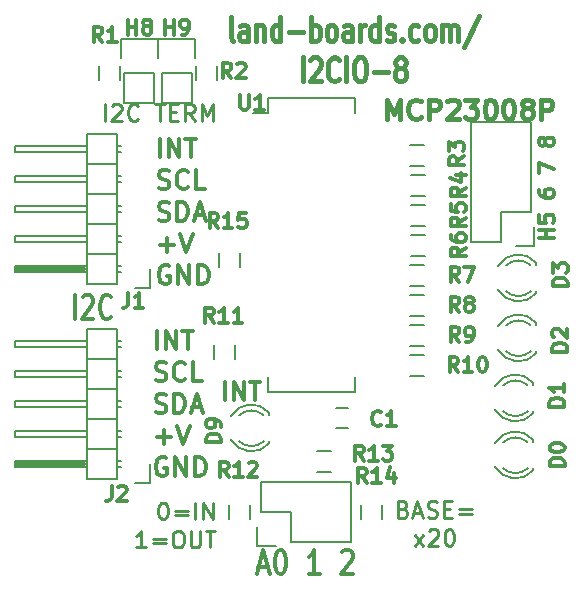
<source format=gbr>
%TF.GenerationSoftware,KiCad,Pcbnew,(5.1.10)-1*%
%TF.CreationDate,2022-04-08T13:50:54-04:00*%
%TF.ProjectId,I2CIO-8,49324349-4f2d-4382-9e6b-696361645f70,X3*%
%TF.SameCoordinates,Original*%
%TF.FileFunction,Legend,Top*%
%TF.FilePolarity,Positive*%
%FSLAX46Y46*%
G04 Gerber Fmt 4.6, Leading zero omitted, Abs format (unit mm)*
G04 Created by KiCad (PCBNEW (5.1.10)-1) date 2022-04-08 13:50:54*
%MOMM*%
%LPD*%
G01*
G04 APERTURE LIST*
%ADD10C,0.304800*%
%ADD11C,0.285750*%
%ADD12C,0.381000*%
%ADD13C,0.412750*%
%ADD14C,0.150000*%
G04 APERTURE END LIST*
D10*
X13530096Y-29128054D02*
X13530096Y-27540554D01*
X14286048Y-29128054D02*
X14286048Y-27540554D01*
X15193191Y-29128054D01*
X15193191Y-27540554D01*
X15722358Y-27540554D02*
X16629500Y-27540554D01*
X16175929Y-29128054D02*
X16175929Y-27540554D01*
X13454500Y-31738509D02*
X13681286Y-31814104D01*
X14059262Y-31814104D01*
X14210453Y-31738509D01*
X14286048Y-31662914D01*
X14361643Y-31511723D01*
X14361643Y-31360533D01*
X14286048Y-31209342D01*
X14210453Y-31133747D01*
X14059262Y-31058152D01*
X13756881Y-30982557D01*
X13605691Y-30906961D01*
X13530096Y-30831366D01*
X13454500Y-30680176D01*
X13454500Y-30528985D01*
X13530096Y-30377795D01*
X13605691Y-30302200D01*
X13756881Y-30226604D01*
X14134858Y-30226604D01*
X14361643Y-30302200D01*
X15949143Y-31662914D02*
X15873548Y-31738509D01*
X15646762Y-31814104D01*
X15495572Y-31814104D01*
X15268786Y-31738509D01*
X15117596Y-31587319D01*
X15042000Y-31436128D01*
X14966405Y-31133747D01*
X14966405Y-30906961D01*
X15042000Y-30604580D01*
X15117596Y-30453390D01*
X15268786Y-30302200D01*
X15495572Y-30226604D01*
X15646762Y-30226604D01*
X15873548Y-30302200D01*
X15949143Y-30377795D01*
X17385453Y-31814104D02*
X16629500Y-31814104D01*
X16629500Y-30226604D01*
X13454500Y-34424559D02*
X13681286Y-34500154D01*
X14059262Y-34500154D01*
X14210453Y-34424559D01*
X14286048Y-34348964D01*
X14361643Y-34197773D01*
X14361643Y-34046583D01*
X14286048Y-33895392D01*
X14210453Y-33819797D01*
X14059262Y-33744202D01*
X13756881Y-33668607D01*
X13605691Y-33593011D01*
X13530096Y-33517416D01*
X13454500Y-33366226D01*
X13454500Y-33215035D01*
X13530096Y-33063845D01*
X13605691Y-32988250D01*
X13756881Y-32912654D01*
X14134858Y-32912654D01*
X14361643Y-32988250D01*
X15042000Y-34500154D02*
X15042000Y-32912654D01*
X15419977Y-32912654D01*
X15646762Y-32988250D01*
X15797953Y-33139440D01*
X15873548Y-33290630D01*
X15949143Y-33593011D01*
X15949143Y-33819797D01*
X15873548Y-34122178D01*
X15797953Y-34273369D01*
X15646762Y-34424559D01*
X15419977Y-34500154D01*
X15042000Y-34500154D01*
X16553905Y-34046583D02*
X17309858Y-34046583D01*
X16402715Y-34500154D02*
X16931881Y-32912654D01*
X17461048Y-34500154D01*
X13530096Y-36581442D02*
X14739620Y-36581442D01*
X14134858Y-37186204D02*
X14134858Y-35976680D01*
X15268786Y-35598704D02*
X15797953Y-37186204D01*
X16327120Y-35598704D01*
X14361643Y-38360350D02*
X14210453Y-38284754D01*
X13983667Y-38284754D01*
X13756881Y-38360350D01*
X13605691Y-38511540D01*
X13530096Y-38662730D01*
X13454500Y-38965111D01*
X13454500Y-39191897D01*
X13530096Y-39494278D01*
X13605691Y-39645469D01*
X13756881Y-39796659D01*
X13983667Y-39872254D01*
X14134858Y-39872254D01*
X14361643Y-39796659D01*
X14437239Y-39721064D01*
X14437239Y-39191897D01*
X14134858Y-39191897D01*
X15117596Y-39872254D02*
X15117596Y-38284754D01*
X16024739Y-39872254D01*
X16024739Y-38284754D01*
X16780691Y-39872254D02*
X16780691Y-38284754D01*
X17158667Y-38284754D01*
X17385453Y-38360350D01*
X17536643Y-38511540D01*
X17612239Y-38662730D01*
X17687834Y-38965111D01*
X17687834Y-39191897D01*
X17612239Y-39494278D01*
X17536643Y-39645469D01*
X17385453Y-39796659D01*
X17158667Y-39872254D01*
X16780691Y-39872254D01*
D11*
X9163881Y-9775976D02*
X9163881Y-8378976D01*
X9762595Y-8512023D02*
X9829119Y-8445500D01*
X9962167Y-8378976D01*
X10294786Y-8378976D01*
X10427833Y-8445500D01*
X10494357Y-8512023D01*
X10560881Y-8645071D01*
X10560881Y-8778119D01*
X10494357Y-8977690D01*
X9696072Y-9775976D01*
X10560881Y-9775976D01*
X11957881Y-9642928D02*
X11891357Y-9709452D01*
X11691786Y-9775976D01*
X11558738Y-9775976D01*
X11359167Y-9709452D01*
X11226119Y-9576404D01*
X11159595Y-9443357D01*
X11093072Y-9177261D01*
X11093072Y-8977690D01*
X11159595Y-8711595D01*
X11226119Y-8578547D01*
X11359167Y-8445500D01*
X11558738Y-8378976D01*
X11691786Y-8378976D01*
X11891357Y-8445500D01*
X11957881Y-8512023D01*
X13421405Y-8378976D02*
X14219691Y-8378976D01*
X13820548Y-9775976D02*
X13820548Y-8378976D01*
X14685357Y-9044214D02*
X15151024Y-9044214D01*
X15350595Y-9775976D02*
X14685357Y-9775976D01*
X14685357Y-8378976D01*
X15350595Y-8378976D01*
X16747595Y-9775976D02*
X16281929Y-9110738D01*
X15949310Y-9775976D02*
X15949310Y-8378976D01*
X16481500Y-8378976D01*
X16614548Y-8445500D01*
X16681072Y-8512023D01*
X16747595Y-8645071D01*
X16747595Y-8844642D01*
X16681072Y-8977690D01*
X16614548Y-9044214D01*
X16481500Y-9110738D01*
X15949310Y-9110738D01*
X17346310Y-9775976D02*
X17346310Y-8378976D01*
X17811976Y-9376833D01*
X18277643Y-8378976D01*
X18277643Y-9775976D01*
X14020119Y-42113351D02*
X14153167Y-42113351D01*
X14286214Y-42179875D01*
X14352738Y-42246398D01*
X14419262Y-42379446D01*
X14485786Y-42645541D01*
X14485786Y-42978160D01*
X14419262Y-43244255D01*
X14352738Y-43377303D01*
X14286214Y-43443827D01*
X14153167Y-43510351D01*
X14020119Y-43510351D01*
X13887072Y-43443827D01*
X13820548Y-43377303D01*
X13754024Y-43244255D01*
X13687500Y-42978160D01*
X13687500Y-42645541D01*
X13754024Y-42379446D01*
X13820548Y-42246398D01*
X13887072Y-42179875D01*
X14020119Y-42113351D01*
X15084500Y-42778589D02*
X16148881Y-42778589D01*
X16148881Y-43177732D02*
X15084500Y-43177732D01*
X16814119Y-43510351D02*
X16814119Y-42113351D01*
X17479357Y-43510351D02*
X17479357Y-42113351D01*
X18277643Y-43510351D01*
X18277643Y-42113351D01*
X12623119Y-45891601D02*
X11824833Y-45891601D01*
X12223976Y-45891601D02*
X12223976Y-44494601D01*
X12090929Y-44694172D01*
X11957881Y-44827220D01*
X11824833Y-44893744D01*
X13221833Y-45159839D02*
X14286214Y-45159839D01*
X14286214Y-45558982D02*
X13221833Y-45558982D01*
X15217548Y-44494601D02*
X15483643Y-44494601D01*
X15616691Y-44561125D01*
X15749738Y-44694172D01*
X15816262Y-44960267D01*
X15816262Y-45425934D01*
X15749738Y-45692029D01*
X15616691Y-45825077D01*
X15483643Y-45891601D01*
X15217548Y-45891601D01*
X15084500Y-45825077D01*
X14951452Y-45692029D01*
X14884929Y-45425934D01*
X14884929Y-44960267D01*
X14951452Y-44694172D01*
X15084500Y-44561125D01*
X15217548Y-44494601D01*
X16414976Y-44494601D02*
X16414976Y-45625505D01*
X16481500Y-45758553D01*
X16548024Y-45825077D01*
X16681072Y-45891601D01*
X16947167Y-45891601D01*
X17080214Y-45825077D01*
X17146738Y-45758553D01*
X17213262Y-45625505D01*
X17213262Y-44494601D01*
X17678929Y-44494601D02*
X18477214Y-44494601D01*
X18078072Y-45891601D02*
X18078072Y-44494601D01*
X34423047Y-42651589D02*
X34622619Y-42718113D01*
X34689142Y-42784636D01*
X34755666Y-42917684D01*
X34755666Y-43117255D01*
X34689142Y-43250303D01*
X34622619Y-43316827D01*
X34489571Y-43383351D01*
X33957380Y-43383351D01*
X33957380Y-41986351D01*
X34423047Y-41986351D01*
X34556095Y-42052875D01*
X34622619Y-42119398D01*
X34689142Y-42252446D01*
X34689142Y-42385494D01*
X34622619Y-42518541D01*
X34556095Y-42585065D01*
X34423047Y-42651589D01*
X33957380Y-42651589D01*
X35287857Y-42984208D02*
X35953095Y-42984208D01*
X35154809Y-43383351D02*
X35620476Y-41986351D01*
X36086142Y-43383351D01*
X36485285Y-43316827D02*
X36684857Y-43383351D01*
X37017476Y-43383351D01*
X37150523Y-43316827D01*
X37217047Y-43250303D01*
X37283571Y-43117255D01*
X37283571Y-42984208D01*
X37217047Y-42851160D01*
X37150523Y-42784636D01*
X37017476Y-42718113D01*
X36751380Y-42651589D01*
X36618333Y-42585065D01*
X36551809Y-42518541D01*
X36485285Y-42385494D01*
X36485285Y-42252446D01*
X36551809Y-42119398D01*
X36618333Y-42052875D01*
X36751380Y-41986351D01*
X37084000Y-41986351D01*
X37283571Y-42052875D01*
X37882285Y-42651589D02*
X38347952Y-42651589D01*
X38547523Y-43383351D02*
X37882285Y-43383351D01*
X37882285Y-41986351D01*
X38547523Y-41986351D01*
X39146238Y-42651589D02*
X40210619Y-42651589D01*
X40210619Y-43050732D02*
X39146238Y-43050732D01*
X35387642Y-45764601D02*
X36119404Y-44833267D01*
X35387642Y-44833267D02*
X36119404Y-45764601D01*
X36585071Y-44500648D02*
X36651595Y-44434125D01*
X36784642Y-44367601D01*
X37117261Y-44367601D01*
X37250309Y-44434125D01*
X37316833Y-44500648D01*
X37383357Y-44633696D01*
X37383357Y-44766744D01*
X37316833Y-44966315D01*
X36518547Y-45764601D01*
X37383357Y-45764601D01*
X38248166Y-44367601D02*
X38381214Y-44367601D01*
X38514261Y-44434125D01*
X38580785Y-44500648D01*
X38647309Y-44633696D01*
X38713833Y-44899791D01*
X38713833Y-45232410D01*
X38647309Y-45498505D01*
X38580785Y-45631553D01*
X38514261Y-45698077D01*
X38381214Y-45764601D01*
X38248166Y-45764601D01*
X38115119Y-45698077D01*
X38048595Y-45631553D01*
X37982071Y-45498505D01*
X37915547Y-45232410D01*
X37915547Y-44899791D01*
X37982071Y-44633696D01*
X38048595Y-44500648D01*
X38115119Y-44434125D01*
X38248166Y-44367601D01*
D10*
X47183523Y-19727333D02*
X45913523Y-19727333D01*
X46518285Y-19727333D02*
X46518285Y-19001619D01*
X47183523Y-19001619D02*
X45913523Y-19001619D01*
X45913523Y-17792095D02*
X45913523Y-18396857D01*
X46518285Y-18457333D01*
X46457809Y-18396857D01*
X46397333Y-18275904D01*
X46397333Y-17973523D01*
X46457809Y-17852571D01*
X46518285Y-17792095D01*
X46639238Y-17731619D01*
X46941619Y-17731619D01*
X47062571Y-17792095D01*
X47123047Y-17852571D01*
X47183523Y-17973523D01*
X47183523Y-18275904D01*
X47123047Y-18396857D01*
X47062571Y-18457333D01*
X45913523Y-15675428D02*
X45913523Y-15917333D01*
X45974000Y-16038285D01*
X46034476Y-16098761D01*
X46215904Y-16219714D01*
X46457809Y-16280190D01*
X46941619Y-16280190D01*
X47062571Y-16219714D01*
X47123047Y-16159238D01*
X47183523Y-16038285D01*
X47183523Y-15796380D01*
X47123047Y-15675428D01*
X47062571Y-15614952D01*
X46941619Y-15554476D01*
X46639238Y-15554476D01*
X46518285Y-15614952D01*
X46457809Y-15675428D01*
X46397333Y-15796380D01*
X46397333Y-16038285D01*
X46457809Y-16159238D01*
X46518285Y-16219714D01*
X46639238Y-16280190D01*
X45913523Y-14163523D02*
X45913523Y-13316857D01*
X47183523Y-13861142D01*
X46457809Y-11684000D02*
X46397333Y-11804952D01*
X46336857Y-11865428D01*
X46215904Y-11925904D01*
X46155428Y-11925904D01*
X46034476Y-11865428D01*
X45974000Y-11804952D01*
X45913523Y-11684000D01*
X45913523Y-11442095D01*
X45974000Y-11321142D01*
X46034476Y-11260666D01*
X46155428Y-11200190D01*
X46215904Y-11200190D01*
X46336857Y-11260666D01*
X46397333Y-11321142D01*
X46457809Y-11442095D01*
X46457809Y-11684000D01*
X46518285Y-11804952D01*
X46578761Y-11865428D01*
X46699714Y-11925904D01*
X46941619Y-11925904D01*
X47062571Y-11865428D01*
X47123047Y-11804952D01*
X47183523Y-11684000D01*
X47183523Y-11442095D01*
X47123047Y-11321142D01*
X47062571Y-11260666D01*
X46941619Y-11200190D01*
X46699714Y-11200190D01*
X46578761Y-11260666D01*
X46518285Y-11321142D01*
X46457809Y-11442095D01*
X19322142Y-33455428D02*
X19322142Y-31931428D01*
X20047857Y-33455428D02*
X20047857Y-31931428D01*
X20918714Y-33455428D01*
X20918714Y-31931428D01*
X21426714Y-31931428D02*
X22297571Y-31931428D01*
X21862142Y-33455428D02*
X21862142Y-31931428D01*
X13784096Y-12872054D02*
X13784096Y-11284554D01*
X14540048Y-12872054D02*
X14540048Y-11284554D01*
X15447191Y-12872054D01*
X15447191Y-11284554D01*
X15976358Y-11284554D02*
X16883500Y-11284554D01*
X16429929Y-12872054D02*
X16429929Y-11284554D01*
X13708500Y-15482509D02*
X13935286Y-15558104D01*
X14313262Y-15558104D01*
X14464453Y-15482509D01*
X14540048Y-15406914D01*
X14615643Y-15255723D01*
X14615643Y-15104533D01*
X14540048Y-14953342D01*
X14464453Y-14877747D01*
X14313262Y-14802152D01*
X14010881Y-14726557D01*
X13859691Y-14650961D01*
X13784096Y-14575366D01*
X13708500Y-14424176D01*
X13708500Y-14272985D01*
X13784096Y-14121795D01*
X13859691Y-14046200D01*
X14010881Y-13970604D01*
X14388858Y-13970604D01*
X14615643Y-14046200D01*
X16203143Y-15406914D02*
X16127548Y-15482509D01*
X15900762Y-15558104D01*
X15749572Y-15558104D01*
X15522786Y-15482509D01*
X15371596Y-15331319D01*
X15296000Y-15180128D01*
X15220405Y-14877747D01*
X15220405Y-14650961D01*
X15296000Y-14348580D01*
X15371596Y-14197390D01*
X15522786Y-14046200D01*
X15749572Y-13970604D01*
X15900762Y-13970604D01*
X16127548Y-14046200D01*
X16203143Y-14121795D01*
X17639453Y-15558104D02*
X16883500Y-15558104D01*
X16883500Y-13970604D01*
X13708500Y-18168559D02*
X13935286Y-18244154D01*
X14313262Y-18244154D01*
X14464453Y-18168559D01*
X14540048Y-18092964D01*
X14615643Y-17941773D01*
X14615643Y-17790583D01*
X14540048Y-17639392D01*
X14464453Y-17563797D01*
X14313262Y-17488202D01*
X14010881Y-17412607D01*
X13859691Y-17337011D01*
X13784096Y-17261416D01*
X13708500Y-17110226D01*
X13708500Y-16959035D01*
X13784096Y-16807845D01*
X13859691Y-16732250D01*
X14010881Y-16656654D01*
X14388858Y-16656654D01*
X14615643Y-16732250D01*
X15296000Y-18244154D02*
X15296000Y-16656654D01*
X15673977Y-16656654D01*
X15900762Y-16732250D01*
X16051953Y-16883440D01*
X16127548Y-17034630D01*
X16203143Y-17337011D01*
X16203143Y-17563797D01*
X16127548Y-17866178D01*
X16051953Y-18017369D01*
X15900762Y-18168559D01*
X15673977Y-18244154D01*
X15296000Y-18244154D01*
X16807905Y-17790583D02*
X17563858Y-17790583D01*
X16656715Y-18244154D02*
X17185881Y-16656654D01*
X17715048Y-18244154D01*
X13784096Y-20325442D02*
X14993620Y-20325442D01*
X14388858Y-20930204D02*
X14388858Y-19720680D01*
X15522786Y-19342704D02*
X16051953Y-20930204D01*
X16581120Y-19342704D01*
X14615643Y-22104350D02*
X14464453Y-22028754D01*
X14237667Y-22028754D01*
X14010881Y-22104350D01*
X13859691Y-22255540D01*
X13784096Y-22406730D01*
X13708500Y-22709111D01*
X13708500Y-22935897D01*
X13784096Y-23238278D01*
X13859691Y-23389469D01*
X14010881Y-23540659D01*
X14237667Y-23616254D01*
X14388858Y-23616254D01*
X14615643Y-23540659D01*
X14691239Y-23465064D01*
X14691239Y-22935897D01*
X14388858Y-22935897D01*
X15371596Y-23616254D02*
X15371596Y-22028754D01*
X16278739Y-23616254D01*
X16278739Y-22028754D01*
X17034691Y-23616254D02*
X17034691Y-22028754D01*
X17412667Y-22028754D01*
X17639453Y-22104350D01*
X17790643Y-22255540D01*
X17866239Y-22406730D01*
X17941834Y-22709111D01*
X17941834Y-22935897D01*
X17866239Y-23238278D01*
X17790643Y-23389469D01*
X17639453Y-23540659D01*
X17412667Y-23616254D01*
X17034691Y-23616254D01*
D12*
X20029714Y-3014738D02*
X19884571Y-2917976D01*
X19811999Y-2724452D01*
X19811999Y-982738D01*
X21263428Y-3014738D02*
X21263428Y-1950357D01*
X21190857Y-1756833D01*
X21045714Y-1660071D01*
X20755428Y-1660071D01*
X20610285Y-1756833D01*
X21263428Y-2917976D02*
X21118285Y-3014738D01*
X20755428Y-3014738D01*
X20610285Y-2917976D01*
X20537714Y-2724452D01*
X20537714Y-2530928D01*
X20610285Y-2337404D01*
X20755428Y-2240642D01*
X21118285Y-2240642D01*
X21263428Y-2143880D01*
X21989142Y-1660071D02*
X21989142Y-3014738D01*
X21989142Y-1853595D02*
X22061714Y-1756833D01*
X22206857Y-1660071D01*
X22424571Y-1660071D01*
X22569714Y-1756833D01*
X22642285Y-1950357D01*
X22642285Y-3014738D01*
X24021142Y-3014738D02*
X24021142Y-982738D01*
X24021142Y-2917976D02*
X23875999Y-3014738D01*
X23585714Y-3014738D01*
X23440571Y-2917976D01*
X23367999Y-2821214D01*
X23295428Y-2627690D01*
X23295428Y-2047119D01*
X23367999Y-1853595D01*
X23440571Y-1756833D01*
X23585714Y-1660071D01*
X23875999Y-1660071D01*
X24021142Y-1756833D01*
X24746857Y-2240642D02*
X25907999Y-2240642D01*
X26633714Y-3014738D02*
X26633714Y-982738D01*
X26633714Y-1756833D02*
X26778857Y-1660071D01*
X27069142Y-1660071D01*
X27214285Y-1756833D01*
X27286857Y-1853595D01*
X27359428Y-2047119D01*
X27359428Y-2627690D01*
X27286857Y-2821214D01*
X27214285Y-2917976D01*
X27069142Y-3014738D01*
X26778857Y-3014738D01*
X26633714Y-2917976D01*
X28230285Y-3014738D02*
X28085142Y-2917976D01*
X28012571Y-2821214D01*
X27939999Y-2627690D01*
X27939999Y-2047119D01*
X28012571Y-1853595D01*
X28085142Y-1756833D01*
X28230285Y-1660071D01*
X28447999Y-1660071D01*
X28593142Y-1756833D01*
X28665714Y-1853595D01*
X28738285Y-2047119D01*
X28738285Y-2627690D01*
X28665714Y-2821214D01*
X28593142Y-2917976D01*
X28447999Y-3014738D01*
X28230285Y-3014738D01*
X30044571Y-3014738D02*
X30044571Y-1950357D01*
X29971999Y-1756833D01*
X29826857Y-1660071D01*
X29536571Y-1660071D01*
X29391428Y-1756833D01*
X30044571Y-2917976D02*
X29899428Y-3014738D01*
X29536571Y-3014738D01*
X29391428Y-2917976D01*
X29318857Y-2724452D01*
X29318857Y-2530928D01*
X29391428Y-2337404D01*
X29536571Y-2240642D01*
X29899428Y-2240642D01*
X30044571Y-2143880D01*
X30770285Y-3014738D02*
X30770285Y-1660071D01*
X30770285Y-2047119D02*
X30842857Y-1853595D01*
X30915428Y-1756833D01*
X31060571Y-1660071D01*
X31205714Y-1660071D01*
X32366857Y-3014738D02*
X32366857Y-982738D01*
X32366857Y-2917976D02*
X32221714Y-3014738D01*
X31931428Y-3014738D01*
X31786285Y-2917976D01*
X31713714Y-2821214D01*
X31641142Y-2627690D01*
X31641142Y-2047119D01*
X31713714Y-1853595D01*
X31786285Y-1756833D01*
X31931428Y-1660071D01*
X32221714Y-1660071D01*
X32366857Y-1756833D01*
X33019999Y-2917976D02*
X33165142Y-3014738D01*
X33455428Y-3014738D01*
X33600571Y-2917976D01*
X33673142Y-2724452D01*
X33673142Y-2627690D01*
X33600571Y-2434166D01*
X33455428Y-2337404D01*
X33237714Y-2337404D01*
X33092571Y-2240642D01*
X33019999Y-2047119D01*
X33019999Y-1950357D01*
X33092571Y-1756833D01*
X33237714Y-1660071D01*
X33455428Y-1660071D01*
X33600571Y-1756833D01*
X34326285Y-2821214D02*
X34398857Y-2917976D01*
X34326285Y-3014738D01*
X34253714Y-2917976D01*
X34326285Y-2821214D01*
X34326285Y-3014738D01*
X35705142Y-2917976D02*
X35559999Y-3014738D01*
X35269714Y-3014738D01*
X35124571Y-2917976D01*
X35051999Y-2821214D01*
X34979428Y-2627690D01*
X34979428Y-2047119D01*
X35051999Y-1853595D01*
X35124571Y-1756833D01*
X35269714Y-1660071D01*
X35559999Y-1660071D01*
X35705142Y-1756833D01*
X36575999Y-3014738D02*
X36430857Y-2917976D01*
X36358285Y-2821214D01*
X36285714Y-2627690D01*
X36285714Y-2047119D01*
X36358285Y-1853595D01*
X36430857Y-1756833D01*
X36575999Y-1660071D01*
X36793714Y-1660071D01*
X36938857Y-1756833D01*
X37011428Y-1853595D01*
X37083999Y-2047119D01*
X37083999Y-2627690D01*
X37011428Y-2821214D01*
X36938857Y-2917976D01*
X36793714Y-3014738D01*
X36575999Y-3014738D01*
X37737142Y-3014738D02*
X37737142Y-1660071D01*
X37737142Y-1853595D02*
X37809714Y-1756833D01*
X37954857Y-1660071D01*
X38172571Y-1660071D01*
X38317714Y-1756833D01*
X38390285Y-1950357D01*
X38390285Y-3014738D01*
X38390285Y-1950357D02*
X38462857Y-1756833D01*
X38608000Y-1660071D01*
X38825714Y-1660071D01*
X38970857Y-1756833D01*
X39043428Y-1950357D01*
X39043428Y-3014738D01*
X40857714Y-885976D02*
X39551428Y-3498547D01*
X25908000Y-6443738D02*
X25908000Y-4411738D01*
X26561142Y-4605261D02*
X26633714Y-4508500D01*
X26778857Y-4411738D01*
X27141714Y-4411738D01*
X27286857Y-4508500D01*
X27359428Y-4605261D01*
X27432000Y-4798785D01*
X27432000Y-4992309D01*
X27359428Y-5282595D01*
X26488571Y-6443738D01*
X27432000Y-6443738D01*
X28956000Y-6250214D02*
X28883428Y-6346976D01*
X28665714Y-6443738D01*
X28520571Y-6443738D01*
X28302857Y-6346976D01*
X28157714Y-6153452D01*
X28085142Y-5959928D01*
X28012571Y-5572880D01*
X28012571Y-5282595D01*
X28085142Y-4895547D01*
X28157714Y-4702023D01*
X28302857Y-4508500D01*
X28520571Y-4411738D01*
X28665714Y-4411738D01*
X28883428Y-4508500D01*
X28956000Y-4605261D01*
X29609142Y-6443738D02*
X29609142Y-4411738D01*
X30625142Y-4411738D02*
X30915428Y-4411738D01*
X31060571Y-4508500D01*
X31205714Y-4702023D01*
X31278285Y-5089071D01*
X31278285Y-5766404D01*
X31205714Y-6153452D01*
X31060571Y-6346976D01*
X30915428Y-6443738D01*
X30625142Y-6443738D01*
X30480000Y-6346976D01*
X30334857Y-6153452D01*
X30262285Y-5766404D01*
X30262285Y-5089071D01*
X30334857Y-4702023D01*
X30480000Y-4508500D01*
X30625142Y-4411738D01*
X31931428Y-5669642D02*
X33092571Y-5669642D01*
X34036000Y-5282595D02*
X33890857Y-5185833D01*
X33818285Y-5089071D01*
X33745714Y-4895547D01*
X33745714Y-4798785D01*
X33818285Y-4605261D01*
X33890857Y-4508500D01*
X34036000Y-4411738D01*
X34326285Y-4411738D01*
X34471428Y-4508500D01*
X34544000Y-4605261D01*
X34616571Y-4798785D01*
X34616571Y-4895547D01*
X34544000Y-5089071D01*
X34471428Y-5185833D01*
X34326285Y-5282595D01*
X34036000Y-5282595D01*
X33890857Y-5379357D01*
X33818285Y-5476119D01*
X33745714Y-5669642D01*
X33745714Y-6056690D01*
X33818285Y-6250214D01*
X33890857Y-6346976D01*
X34036000Y-6443738D01*
X34326285Y-6443738D01*
X34471428Y-6346976D01*
X34544000Y-6250214D01*
X34616571Y-6056690D01*
X34616571Y-5669642D01*
X34544000Y-5476119D01*
X34471428Y-5379357D01*
X34326285Y-5282595D01*
D13*
X33047214Y-9636880D02*
X33047214Y-7985880D01*
X33597547Y-9165166D01*
X34147880Y-7985880D01*
X34147880Y-9636880D01*
X35877500Y-9479642D02*
X35798880Y-9558261D01*
X35563023Y-9636880D01*
X35405785Y-9636880D01*
X35169928Y-9558261D01*
X35012690Y-9401023D01*
X34934071Y-9243785D01*
X34855452Y-8929309D01*
X34855452Y-8693452D01*
X34934071Y-8378976D01*
X35012690Y-8221738D01*
X35169928Y-8064500D01*
X35405785Y-7985880D01*
X35563023Y-7985880D01*
X35798880Y-8064500D01*
X35877500Y-8143119D01*
X36585071Y-9636880D02*
X36585071Y-7985880D01*
X37214023Y-7985880D01*
X37371261Y-8064500D01*
X37449880Y-8143119D01*
X37528500Y-8300357D01*
X37528500Y-8536214D01*
X37449880Y-8693452D01*
X37371261Y-8772071D01*
X37214023Y-8850690D01*
X36585071Y-8850690D01*
X38157452Y-8143119D02*
X38236071Y-8064500D01*
X38393309Y-7985880D01*
X38786404Y-7985880D01*
X38943642Y-8064500D01*
X39022261Y-8143119D01*
X39100880Y-8300357D01*
X39100880Y-8457595D01*
X39022261Y-8693452D01*
X38078833Y-9636880D01*
X39100880Y-9636880D01*
X39651214Y-7985880D02*
X40673261Y-7985880D01*
X40122928Y-8614833D01*
X40358785Y-8614833D01*
X40516023Y-8693452D01*
X40594642Y-8772071D01*
X40673261Y-8929309D01*
X40673261Y-9322404D01*
X40594642Y-9479642D01*
X40516023Y-9558261D01*
X40358785Y-9636880D01*
X39887071Y-9636880D01*
X39729833Y-9558261D01*
X39651214Y-9479642D01*
X41695309Y-7985880D02*
X41852547Y-7985880D01*
X42009785Y-8064500D01*
X42088404Y-8143119D01*
X42167023Y-8300357D01*
X42245642Y-8614833D01*
X42245642Y-9007928D01*
X42167023Y-9322404D01*
X42088404Y-9479642D01*
X42009785Y-9558261D01*
X41852547Y-9636880D01*
X41695309Y-9636880D01*
X41538071Y-9558261D01*
X41459452Y-9479642D01*
X41380833Y-9322404D01*
X41302214Y-9007928D01*
X41302214Y-8614833D01*
X41380833Y-8300357D01*
X41459452Y-8143119D01*
X41538071Y-8064500D01*
X41695309Y-7985880D01*
X43267690Y-7985880D02*
X43424928Y-7985880D01*
X43582166Y-8064500D01*
X43660785Y-8143119D01*
X43739404Y-8300357D01*
X43818023Y-8614833D01*
X43818023Y-9007928D01*
X43739404Y-9322404D01*
X43660785Y-9479642D01*
X43582166Y-9558261D01*
X43424928Y-9636880D01*
X43267690Y-9636880D01*
X43110452Y-9558261D01*
X43031833Y-9479642D01*
X42953214Y-9322404D01*
X42874595Y-9007928D01*
X42874595Y-8614833D01*
X42953214Y-8300357D01*
X43031833Y-8143119D01*
X43110452Y-8064500D01*
X43267690Y-7985880D01*
X44761452Y-8693452D02*
X44604214Y-8614833D01*
X44525595Y-8536214D01*
X44446976Y-8378976D01*
X44446976Y-8300357D01*
X44525595Y-8143119D01*
X44604214Y-8064500D01*
X44761452Y-7985880D01*
X45075928Y-7985880D01*
X45233166Y-8064500D01*
X45311785Y-8143119D01*
X45390404Y-8300357D01*
X45390404Y-8378976D01*
X45311785Y-8536214D01*
X45233166Y-8614833D01*
X45075928Y-8693452D01*
X44761452Y-8693452D01*
X44604214Y-8772071D01*
X44525595Y-8850690D01*
X44446976Y-9007928D01*
X44446976Y-9322404D01*
X44525595Y-9479642D01*
X44604214Y-9558261D01*
X44761452Y-9636880D01*
X45075928Y-9636880D01*
X45233166Y-9558261D01*
X45311785Y-9479642D01*
X45390404Y-9322404D01*
X45390404Y-9007928D01*
X45311785Y-8850690D01*
X45233166Y-8772071D01*
X45075928Y-8693452D01*
X46097976Y-9636880D02*
X46097976Y-7985880D01*
X46726928Y-7985880D01*
X46884166Y-8064500D01*
X46962785Y-8143119D01*
X47041404Y-8300357D01*
X47041404Y-8536214D01*
X46962785Y-8693452D01*
X46884166Y-8772071D01*
X46726928Y-8850690D01*
X46097976Y-8850690D01*
D10*
X6640285Y-26573238D02*
X6640285Y-24541238D01*
X7293428Y-24734761D02*
X7366000Y-24638000D01*
X7511142Y-24541238D01*
X7874000Y-24541238D01*
X8019142Y-24638000D01*
X8091714Y-24734761D01*
X8164285Y-24928285D01*
X8164285Y-25121809D01*
X8091714Y-25412095D01*
X7220857Y-26573238D01*
X8164285Y-26573238D01*
X9688285Y-26379714D02*
X9615714Y-26476476D01*
X9398000Y-26573238D01*
X9252857Y-26573238D01*
X9035142Y-26476476D01*
X8890000Y-26282952D01*
X8817428Y-26089428D01*
X8744857Y-25702380D01*
X8744857Y-25412095D01*
X8817428Y-25025047D01*
X8890000Y-24831523D01*
X9035142Y-24638000D01*
X9252857Y-24541238D01*
X9398000Y-24541238D01*
X9615714Y-24638000D01*
X9688285Y-24734761D01*
X22152428Y-47582666D02*
X22938619Y-47582666D01*
X21995190Y-48163238D02*
X22545523Y-46131238D01*
X23095857Y-48163238D01*
X23960666Y-46131238D02*
X24117904Y-46131238D01*
X24275142Y-46228000D01*
X24353761Y-46324761D01*
X24432380Y-46518285D01*
X24511000Y-46905333D01*
X24511000Y-47389142D01*
X24432380Y-47776190D01*
X24353761Y-47969714D01*
X24275142Y-48066476D01*
X24117904Y-48163238D01*
X23960666Y-48163238D01*
X23803428Y-48066476D01*
X23724809Y-47969714D01*
X23646190Y-47776190D01*
X23567571Y-47389142D01*
X23567571Y-46905333D01*
X23646190Y-46518285D01*
X23724809Y-46324761D01*
X23803428Y-46228000D01*
X23960666Y-46131238D01*
X27341285Y-48163238D02*
X26397857Y-48163238D01*
X26869571Y-48163238D02*
X26869571Y-46131238D01*
X26712333Y-46421523D01*
X26555095Y-46615047D01*
X26397857Y-46711809D01*
X29228142Y-46324761D02*
X29306761Y-46228000D01*
X29464000Y-46131238D01*
X29857095Y-46131238D01*
X30014333Y-46228000D01*
X30092952Y-46324761D01*
X30171571Y-46518285D01*
X30171571Y-46711809D01*
X30092952Y-47002095D01*
X29149523Y-48163238D01*
X30171571Y-48163238D01*
D14*
%TO.C,U1*%
X22995000Y-9135000D02*
X21710000Y-9135000D01*
X22995000Y-32775000D02*
X30345000Y-32775000D01*
X22995000Y-7865000D02*
X30345000Y-7865000D01*
X22995000Y-32775000D02*
X22995000Y-31505000D01*
X30345000Y-32775000D02*
X30345000Y-31505000D01*
X30345000Y-7865000D02*
X30345000Y-9135000D01*
X22995000Y-7865000D02*
X22995000Y-9135000D01*
%TO.C,R12*%
X19699000Y-43526000D02*
X19699000Y-42326000D01*
X21449000Y-42326000D02*
X21449000Y-43526000D01*
%TO.C,R13*%
X28286000Y-39483000D02*
X27086000Y-39483000D01*
X27086000Y-37733000D02*
X28286000Y-37733000D01*
%TO.C,R14*%
X30875000Y-43526000D02*
X30875000Y-42326000D01*
X32625000Y-42326000D02*
X32625000Y-43526000D01*
%TO.C,R1*%
X8650000Y-6315000D02*
X8650000Y-5115000D01*
X10400000Y-5115000D02*
X10400000Y-6315000D01*
%TO.C,R2*%
X16905000Y-6315000D02*
X16905000Y-5115000D01*
X18655000Y-5115000D02*
X18655000Y-6315000D01*
%TO.C,R11*%
X18429000Y-29937000D02*
X18429000Y-28737000D01*
X20179000Y-28737000D02*
X20179000Y-29937000D01*
%TO.C,R3*%
X34960000Y-11825000D02*
X36160000Y-11825000D01*
X36160000Y-13575000D02*
X34960000Y-13575000D01*
%TO.C,R4*%
X35087000Y-14365000D02*
X36287000Y-14365000D01*
X36287000Y-16115000D02*
X35087000Y-16115000D01*
%TO.C,R5*%
X35087000Y-16905000D02*
X36287000Y-16905000D01*
X36287000Y-18655000D02*
X35087000Y-18655000D01*
%TO.C,R6*%
X35087000Y-19445000D02*
X36287000Y-19445000D01*
X36287000Y-21195000D02*
X35087000Y-21195000D01*
%TO.C,R7*%
X36160000Y-23735000D02*
X34960000Y-23735000D01*
X34960000Y-21985000D02*
X36160000Y-21985000D01*
%TO.C,R8*%
X36160000Y-26275000D02*
X34960000Y-26275000D01*
X34960000Y-24525000D02*
X36160000Y-24525000D01*
%TO.C,R9*%
X36160000Y-28815000D02*
X34960000Y-28815000D01*
X34960000Y-27065000D02*
X36160000Y-27065000D01*
%TO.C,R10*%
X36160000Y-31355000D02*
X34960000Y-31355000D01*
X34960000Y-29605000D02*
X36160000Y-29605000D01*
%TO.C,R15*%
X20560000Y-20990000D02*
X20560000Y-22190000D01*
X18810000Y-22190000D02*
X18810000Y-20990000D01*
%TO.C,C1*%
X28710000Y-35775000D02*
X29710000Y-35775000D01*
X29710000Y-34075000D02*
X28710000Y-34075000D01*
%TO.C,H8*%
X10795000Y-8255000D02*
X13335000Y-8255000D01*
X10795000Y-5715000D02*
X10795000Y-8255000D01*
X10515000Y-2895000D02*
X13615000Y-2895000D01*
X10515000Y-4445000D02*
X10515000Y-2895000D01*
X13335000Y-5715000D02*
X10795000Y-5715000D01*
X13615000Y-2895000D02*
X13615000Y-4445000D01*
X13335000Y-5715000D02*
X13335000Y-8255000D01*
%TO.C,H9*%
X13970000Y-8255000D02*
X16510000Y-8255000D01*
X13970000Y-5715000D02*
X13970000Y-8255000D01*
X13690000Y-2895000D02*
X16790000Y-2895000D01*
X13690000Y-4445000D02*
X13690000Y-2895000D01*
X16510000Y-5715000D02*
X13970000Y-5715000D01*
X16790000Y-2895000D02*
X16790000Y-4445000D01*
X16510000Y-5715000D02*
X16510000Y-8255000D01*
%TO.C,H4*%
X45492000Y-20346000D02*
X45492000Y-18796000D01*
X42672000Y-17526000D02*
X45212000Y-17526000D01*
X42672000Y-20066000D02*
X42672000Y-17526000D01*
X43942000Y-20346000D02*
X45492000Y-20346000D01*
X40132000Y-20066000D02*
X42672000Y-20066000D01*
X40132000Y-9906000D02*
X40132000Y-20066000D01*
X45212000Y-9906000D02*
X40132000Y-9906000D01*
X45212000Y-17526000D02*
X45212000Y-9906000D01*
%TO.C,D0*%
X45411000Y-39380000D02*
X45411000Y-39200000D01*
X45411000Y-36786000D02*
X45411000Y-36986000D01*
X42183256Y-39069643D02*
G75*
G03*
X45411000Y-39386000I1727744J1003643D01*
G01*
X42858994Y-39199068D02*
G75*
G03*
X44962000Y-39200000I1052006J1133068D01*
G01*
X45398220Y-36759274D02*
G75*
G03*
X42161000Y-37106000I-1497220J-1306726D01*
G01*
X44924889Y-36986747D02*
G75*
G03*
X42877000Y-37006000I-1013889J-1079253D01*
G01*
%TO.C,D1*%
X45411000Y-34554000D02*
X45411000Y-34374000D01*
X45411000Y-31960000D02*
X45411000Y-32160000D01*
X42183256Y-34243643D02*
G75*
G03*
X45411000Y-34560000I1727744J1003643D01*
G01*
X42858994Y-34373068D02*
G75*
G03*
X44962000Y-34374000I1052006J1133068D01*
G01*
X45398220Y-31933274D02*
G75*
G03*
X42161000Y-32280000I-1497220J-1306726D01*
G01*
X44924889Y-32160747D02*
G75*
G03*
X42877000Y-32180000I-1013889J-1079253D01*
G01*
%TO.C,D2*%
X45665000Y-29474000D02*
X45665000Y-29294000D01*
X45665000Y-26880000D02*
X45665000Y-27080000D01*
X42437256Y-29163643D02*
G75*
G03*
X45665000Y-29480000I1727744J1003643D01*
G01*
X43112994Y-29293068D02*
G75*
G03*
X45216000Y-29294000I1052006J1133068D01*
G01*
X45652220Y-26853274D02*
G75*
G03*
X42415000Y-27200000I-1497220J-1306726D01*
G01*
X45178889Y-27080747D02*
G75*
G03*
X43131000Y-27100000I-1013889J-1079253D01*
G01*
%TO.C,D3*%
X45665000Y-24394000D02*
X45665000Y-24214000D01*
X45665000Y-21800000D02*
X45665000Y-22000000D01*
X42437256Y-24083643D02*
G75*
G03*
X45665000Y-24400000I1727744J1003643D01*
G01*
X43112994Y-24213068D02*
G75*
G03*
X45216000Y-24214000I1052006J1133068D01*
G01*
X45652220Y-21773274D02*
G75*
G03*
X42415000Y-22120000I-1497220J-1306726D01*
G01*
X45178889Y-22000747D02*
G75*
G03*
X43131000Y-22020000I-1013889J-1079253D01*
G01*
%TO.C,D9*%
X23059000Y-37094000D02*
X23059000Y-36914000D01*
X23059000Y-34500000D02*
X23059000Y-34700000D01*
X19831256Y-36783643D02*
G75*
G03*
X23059000Y-37100000I1727744J1003643D01*
G01*
X20506994Y-36913068D02*
G75*
G03*
X22610000Y-36914000I1052006J1133068D01*
G01*
X23046220Y-34473274D02*
G75*
G03*
X19809000Y-34820000I-1497220J-1306726D01*
G01*
X22572889Y-34700747D02*
G75*
G03*
X20525000Y-34720000I-1013889J-1079253D01*
G01*
%TO.C,H5*%
X24892000Y-40386000D02*
X22352000Y-40386000D01*
X22352000Y-40386000D02*
X22352000Y-42926000D01*
X22072000Y-45746000D02*
X23622000Y-45746000D01*
X29972000Y-40386000D02*
X24892000Y-40386000D01*
X29972000Y-45466000D02*
X29972000Y-40386000D01*
X24892000Y-42926000D02*
X24892000Y-45466000D01*
X22352000Y-42926000D02*
X24892000Y-42926000D01*
X22072000Y-45746000D02*
X22072000Y-44196000D01*
X24892000Y-45466000D02*
X29972000Y-45466000D01*
%TO.C,J1*%
X10160000Y-16002000D02*
X7620000Y-16002000D01*
X10160000Y-16002000D02*
X10160000Y-13462000D01*
X10160000Y-13462000D02*
X7620000Y-13462000D01*
X7620000Y-14986000D02*
X1524000Y-14986000D01*
X1524000Y-14986000D02*
X1524000Y-14478000D01*
X1524000Y-14478000D02*
X7620000Y-14478000D01*
X7620000Y-13462000D02*
X7620000Y-16002000D01*
X7620000Y-10922000D02*
X7620000Y-13462000D01*
X1524000Y-11938000D02*
X7620000Y-11938000D01*
X1524000Y-12446000D02*
X1524000Y-11938000D01*
X7620000Y-12446000D02*
X1524000Y-12446000D01*
X10160000Y-10922000D02*
X7620000Y-10922000D01*
X10160000Y-13462000D02*
X10160000Y-10922000D01*
X10160000Y-13462000D02*
X7620000Y-13462000D01*
X10160000Y-21082000D02*
X7620000Y-21082000D01*
X10160000Y-21082000D02*
X10160000Y-18542000D01*
X10160000Y-18542000D02*
X7620000Y-18542000D01*
X7620000Y-20066000D02*
X1524000Y-20066000D01*
X1524000Y-20066000D02*
X1524000Y-19558000D01*
X1524000Y-19558000D02*
X7620000Y-19558000D01*
X7620000Y-18542000D02*
X7620000Y-21082000D01*
X7620000Y-16002000D02*
X7620000Y-18542000D01*
X1524000Y-17018000D02*
X7620000Y-17018000D01*
X1524000Y-17526000D02*
X1524000Y-17018000D01*
X7620000Y-17526000D02*
X1524000Y-17526000D01*
X10160000Y-16002000D02*
X7620000Y-16002000D01*
X10160000Y-18542000D02*
X10160000Y-16002000D01*
X10160000Y-18542000D02*
X7620000Y-18542000D01*
X10160000Y-23622000D02*
X7620000Y-23622000D01*
X10160000Y-23622000D02*
X10160000Y-21082000D01*
X10160000Y-21082000D02*
X7620000Y-21082000D01*
X7620000Y-22606000D02*
X1524000Y-22606000D01*
X1524000Y-22606000D02*
X1524000Y-22098000D01*
X1524000Y-22098000D02*
X7620000Y-22098000D01*
X7620000Y-21082000D02*
X7620000Y-23622000D01*
X10160000Y-12446000D02*
X10541000Y-12446000D01*
X10160000Y-11938000D02*
X10541000Y-11938000D01*
X10160000Y-14478000D02*
X10541000Y-14478000D01*
X10160000Y-14986000D02*
X10541000Y-14986000D01*
X10160000Y-17018000D02*
X10541000Y-17018000D01*
X10160000Y-17526000D02*
X10541000Y-17526000D01*
X10160000Y-19558000D02*
X10541000Y-19558000D01*
X10160000Y-20066000D02*
X10541000Y-20066000D01*
X10160000Y-22098000D02*
X10541000Y-22098000D01*
X10160000Y-22606000D02*
X10541000Y-22606000D01*
X7493000Y-22352000D02*
X1651000Y-22352000D01*
X7493000Y-22225000D02*
X7493000Y-22352000D01*
X1651000Y-22225000D02*
X7493000Y-22225000D01*
X1651000Y-22479000D02*
X1651000Y-22225000D01*
X7493000Y-22479000D02*
X1651000Y-22479000D01*
X11684000Y-23902000D02*
X12984000Y-23902000D01*
X12984000Y-23902000D02*
X12984000Y-22352000D01*
%TO.C,J2*%
X10160000Y-32512000D02*
X7620000Y-32512000D01*
X10160000Y-32512000D02*
X10160000Y-29972000D01*
X10160000Y-29972000D02*
X7620000Y-29972000D01*
X7620000Y-31496000D02*
X1524000Y-31496000D01*
X1524000Y-31496000D02*
X1524000Y-30988000D01*
X1524000Y-30988000D02*
X7620000Y-30988000D01*
X7620000Y-29972000D02*
X7620000Y-32512000D01*
X7620000Y-27432000D02*
X7620000Y-29972000D01*
X1524000Y-28448000D02*
X7620000Y-28448000D01*
X1524000Y-28956000D02*
X1524000Y-28448000D01*
X7620000Y-28956000D02*
X1524000Y-28956000D01*
X10160000Y-27432000D02*
X7620000Y-27432000D01*
X10160000Y-29972000D02*
X10160000Y-27432000D01*
X10160000Y-29972000D02*
X7620000Y-29972000D01*
X10160000Y-37592000D02*
X7620000Y-37592000D01*
X10160000Y-37592000D02*
X10160000Y-35052000D01*
X10160000Y-35052000D02*
X7620000Y-35052000D01*
X7620000Y-36576000D02*
X1524000Y-36576000D01*
X1524000Y-36576000D02*
X1524000Y-36068000D01*
X1524000Y-36068000D02*
X7620000Y-36068000D01*
X7620000Y-35052000D02*
X7620000Y-37592000D01*
X7620000Y-32512000D02*
X7620000Y-35052000D01*
X1524000Y-33528000D02*
X7620000Y-33528000D01*
X1524000Y-34036000D02*
X1524000Y-33528000D01*
X7620000Y-34036000D02*
X1524000Y-34036000D01*
X10160000Y-32512000D02*
X7620000Y-32512000D01*
X10160000Y-35052000D02*
X10160000Y-32512000D01*
X10160000Y-35052000D02*
X7620000Y-35052000D01*
X10160000Y-40132000D02*
X7620000Y-40132000D01*
X10160000Y-40132000D02*
X10160000Y-37592000D01*
X10160000Y-37592000D02*
X7620000Y-37592000D01*
X7620000Y-39116000D02*
X1524000Y-39116000D01*
X1524000Y-39116000D02*
X1524000Y-38608000D01*
X1524000Y-38608000D02*
X7620000Y-38608000D01*
X7620000Y-37592000D02*
X7620000Y-40132000D01*
X10160000Y-28956000D02*
X10541000Y-28956000D01*
X10160000Y-28448000D02*
X10541000Y-28448000D01*
X10160000Y-30988000D02*
X10541000Y-30988000D01*
X10160000Y-31496000D02*
X10541000Y-31496000D01*
X10160000Y-33528000D02*
X10541000Y-33528000D01*
X10160000Y-34036000D02*
X10541000Y-34036000D01*
X10160000Y-36068000D02*
X10541000Y-36068000D01*
X10160000Y-36576000D02*
X10541000Y-36576000D01*
X10160000Y-38608000D02*
X10541000Y-38608000D01*
X10160000Y-39116000D02*
X10541000Y-39116000D01*
X7493000Y-38862000D02*
X1651000Y-38862000D01*
X7493000Y-38735000D02*
X7493000Y-38862000D01*
X1651000Y-38735000D02*
X7493000Y-38735000D01*
X1651000Y-38989000D02*
X1651000Y-38735000D01*
X7493000Y-38989000D02*
X1651000Y-38989000D01*
X11684000Y-40412000D02*
X12984000Y-40412000D01*
X12984000Y-40412000D02*
X12984000Y-38862000D01*
%TO.C,U1*%
D10*
X20622380Y-7559523D02*
X20622380Y-8587619D01*
X20682857Y-8708571D01*
X20743333Y-8769047D01*
X20864285Y-8829523D01*
X21106190Y-8829523D01*
X21227142Y-8769047D01*
X21287619Y-8708571D01*
X21348095Y-8587619D01*
X21348095Y-7559523D01*
X22618095Y-8829523D02*
X21892380Y-8829523D01*
X22255238Y-8829523D02*
X22255238Y-7559523D01*
X22134285Y-7740952D01*
X22013333Y-7861904D01*
X21892380Y-7922380D01*
%TO.C,R12*%
X19630571Y-39944523D02*
X19207238Y-39339761D01*
X18904857Y-39944523D02*
X18904857Y-38674523D01*
X19388666Y-38674523D01*
X19509619Y-38735000D01*
X19570095Y-38795476D01*
X19630571Y-38916428D01*
X19630571Y-39097857D01*
X19570095Y-39218809D01*
X19509619Y-39279285D01*
X19388666Y-39339761D01*
X18904857Y-39339761D01*
X20840095Y-39944523D02*
X20114380Y-39944523D01*
X20477238Y-39944523D02*
X20477238Y-38674523D01*
X20356285Y-38855952D01*
X20235333Y-38976904D01*
X20114380Y-39037380D01*
X21323904Y-38795476D02*
X21384380Y-38735000D01*
X21505333Y-38674523D01*
X21807714Y-38674523D01*
X21928666Y-38735000D01*
X21989142Y-38795476D01*
X22049619Y-38916428D01*
X22049619Y-39037380D01*
X21989142Y-39218809D01*
X21263428Y-39944523D01*
X22049619Y-39944523D01*
%TO.C,R13*%
X31060571Y-38547523D02*
X30637238Y-37942761D01*
X30334857Y-38547523D02*
X30334857Y-37277523D01*
X30818666Y-37277523D01*
X30939619Y-37338000D01*
X31000095Y-37398476D01*
X31060571Y-37519428D01*
X31060571Y-37700857D01*
X31000095Y-37821809D01*
X30939619Y-37882285D01*
X30818666Y-37942761D01*
X30334857Y-37942761D01*
X32270095Y-38547523D02*
X31544380Y-38547523D01*
X31907238Y-38547523D02*
X31907238Y-37277523D01*
X31786285Y-37458952D01*
X31665333Y-37579904D01*
X31544380Y-37640380D01*
X32693428Y-37277523D02*
X33479619Y-37277523D01*
X33056285Y-37761333D01*
X33237714Y-37761333D01*
X33358666Y-37821809D01*
X33419142Y-37882285D01*
X33479619Y-38003238D01*
X33479619Y-38305619D01*
X33419142Y-38426571D01*
X33358666Y-38487047D01*
X33237714Y-38547523D01*
X32874857Y-38547523D01*
X32753904Y-38487047D01*
X32693428Y-38426571D01*
%TO.C,R14*%
X31314571Y-40452523D02*
X30891238Y-39847761D01*
X30588857Y-40452523D02*
X30588857Y-39182523D01*
X31072666Y-39182523D01*
X31193619Y-39243000D01*
X31254095Y-39303476D01*
X31314571Y-39424428D01*
X31314571Y-39605857D01*
X31254095Y-39726809D01*
X31193619Y-39787285D01*
X31072666Y-39847761D01*
X30588857Y-39847761D01*
X32524095Y-40452523D02*
X31798380Y-40452523D01*
X32161238Y-40452523D02*
X32161238Y-39182523D01*
X32040285Y-39363952D01*
X31919333Y-39484904D01*
X31798380Y-39545380D01*
X33612666Y-39605857D02*
X33612666Y-40452523D01*
X33310285Y-39122047D02*
X33007904Y-40029190D01*
X33794095Y-40029190D01*
%TO.C,R1*%
X8932333Y-3114523D02*
X8509000Y-2509761D01*
X8206619Y-3114523D02*
X8206619Y-1844523D01*
X8690428Y-1844523D01*
X8811380Y-1905000D01*
X8871857Y-1965476D01*
X8932333Y-2086428D01*
X8932333Y-2267857D01*
X8871857Y-2388809D01*
X8811380Y-2449285D01*
X8690428Y-2509761D01*
X8206619Y-2509761D01*
X10141857Y-3114523D02*
X9416142Y-3114523D01*
X9779000Y-3114523D02*
X9779000Y-1844523D01*
X9658047Y-2025952D01*
X9537095Y-2146904D01*
X9416142Y-2207380D01*
%TO.C,R2*%
X19854333Y-6162523D02*
X19431000Y-5557761D01*
X19128619Y-6162523D02*
X19128619Y-4892523D01*
X19612428Y-4892523D01*
X19733380Y-4953000D01*
X19793857Y-5013476D01*
X19854333Y-5134428D01*
X19854333Y-5315857D01*
X19793857Y-5436809D01*
X19733380Y-5497285D01*
X19612428Y-5557761D01*
X19128619Y-5557761D01*
X20338142Y-5013476D02*
X20398619Y-4953000D01*
X20519571Y-4892523D01*
X20821952Y-4892523D01*
X20942904Y-4953000D01*
X21003380Y-5013476D01*
X21063857Y-5134428D01*
X21063857Y-5255380D01*
X21003380Y-5436809D01*
X20277666Y-6162523D01*
X21063857Y-6162523D01*
%TO.C,R11*%
X18360571Y-26863523D02*
X17937238Y-26258761D01*
X17634857Y-26863523D02*
X17634857Y-25593523D01*
X18118666Y-25593523D01*
X18239619Y-25654000D01*
X18300095Y-25714476D01*
X18360571Y-25835428D01*
X18360571Y-26016857D01*
X18300095Y-26137809D01*
X18239619Y-26198285D01*
X18118666Y-26258761D01*
X17634857Y-26258761D01*
X19570095Y-26863523D02*
X18844380Y-26863523D01*
X19207238Y-26863523D02*
X19207238Y-25593523D01*
X19086285Y-25774952D01*
X18965333Y-25895904D01*
X18844380Y-25956380D01*
X20779619Y-26863523D02*
X20053904Y-26863523D01*
X20416761Y-26863523D02*
X20416761Y-25593523D01*
X20295809Y-25774952D01*
X20174857Y-25895904D01*
X20053904Y-25956380D01*
%TO.C,R3*%
X39563523Y-12784666D02*
X38958761Y-13208000D01*
X39563523Y-13510380D02*
X38293523Y-13510380D01*
X38293523Y-13026571D01*
X38354000Y-12905619D01*
X38414476Y-12845142D01*
X38535428Y-12784666D01*
X38716857Y-12784666D01*
X38837809Y-12845142D01*
X38898285Y-12905619D01*
X38958761Y-13026571D01*
X38958761Y-13510380D01*
X38293523Y-12361333D02*
X38293523Y-11575142D01*
X38777333Y-11998476D01*
X38777333Y-11817047D01*
X38837809Y-11696095D01*
X38898285Y-11635619D01*
X39019238Y-11575142D01*
X39321619Y-11575142D01*
X39442571Y-11635619D01*
X39503047Y-11696095D01*
X39563523Y-11817047D01*
X39563523Y-12179904D01*
X39503047Y-12300857D01*
X39442571Y-12361333D01*
%TO.C,R4*%
X39690523Y-15451666D02*
X39085761Y-15875000D01*
X39690523Y-16177380D02*
X38420523Y-16177380D01*
X38420523Y-15693571D01*
X38481000Y-15572619D01*
X38541476Y-15512142D01*
X38662428Y-15451666D01*
X38843857Y-15451666D01*
X38964809Y-15512142D01*
X39025285Y-15572619D01*
X39085761Y-15693571D01*
X39085761Y-16177380D01*
X38843857Y-14363095D02*
X39690523Y-14363095D01*
X38360047Y-14665476D02*
X39267190Y-14967857D01*
X39267190Y-14181666D01*
%TO.C,R5*%
X39690523Y-17991666D02*
X39085761Y-18415000D01*
X39690523Y-18717380D02*
X38420523Y-18717380D01*
X38420523Y-18233571D01*
X38481000Y-18112619D01*
X38541476Y-18052142D01*
X38662428Y-17991666D01*
X38843857Y-17991666D01*
X38964809Y-18052142D01*
X39025285Y-18112619D01*
X39085761Y-18233571D01*
X39085761Y-18717380D01*
X38420523Y-16842619D02*
X38420523Y-17447380D01*
X39025285Y-17507857D01*
X38964809Y-17447380D01*
X38904333Y-17326428D01*
X38904333Y-17024047D01*
X38964809Y-16903095D01*
X39025285Y-16842619D01*
X39146238Y-16782142D01*
X39448619Y-16782142D01*
X39569571Y-16842619D01*
X39630047Y-16903095D01*
X39690523Y-17024047D01*
X39690523Y-17326428D01*
X39630047Y-17447380D01*
X39569571Y-17507857D01*
%TO.C,R6*%
X39690523Y-20531666D02*
X39085761Y-20955000D01*
X39690523Y-21257380D02*
X38420523Y-21257380D01*
X38420523Y-20773571D01*
X38481000Y-20652619D01*
X38541476Y-20592142D01*
X38662428Y-20531666D01*
X38843857Y-20531666D01*
X38964809Y-20592142D01*
X39025285Y-20652619D01*
X39085761Y-20773571D01*
X39085761Y-21257380D01*
X38420523Y-19443095D02*
X38420523Y-19685000D01*
X38481000Y-19805952D01*
X38541476Y-19866428D01*
X38722904Y-19987380D01*
X38964809Y-20047857D01*
X39448619Y-20047857D01*
X39569571Y-19987380D01*
X39630047Y-19926904D01*
X39690523Y-19805952D01*
X39690523Y-19564047D01*
X39630047Y-19443095D01*
X39569571Y-19382619D01*
X39448619Y-19322142D01*
X39146238Y-19322142D01*
X39025285Y-19382619D01*
X38964809Y-19443095D01*
X38904333Y-19564047D01*
X38904333Y-19805952D01*
X38964809Y-19926904D01*
X39025285Y-19987380D01*
X39146238Y-20047857D01*
%TO.C,R7*%
X39158333Y-23434523D02*
X38735000Y-22829761D01*
X38432619Y-23434523D02*
X38432619Y-22164523D01*
X38916428Y-22164523D01*
X39037380Y-22225000D01*
X39097857Y-22285476D01*
X39158333Y-22406428D01*
X39158333Y-22587857D01*
X39097857Y-22708809D01*
X39037380Y-22769285D01*
X38916428Y-22829761D01*
X38432619Y-22829761D01*
X39581666Y-22164523D02*
X40428333Y-22164523D01*
X39884047Y-23434523D01*
%TO.C,R8*%
X39158333Y-25974523D02*
X38735000Y-25369761D01*
X38432619Y-25974523D02*
X38432619Y-24704523D01*
X38916428Y-24704523D01*
X39037380Y-24765000D01*
X39097857Y-24825476D01*
X39158333Y-24946428D01*
X39158333Y-25127857D01*
X39097857Y-25248809D01*
X39037380Y-25309285D01*
X38916428Y-25369761D01*
X38432619Y-25369761D01*
X39884047Y-25248809D02*
X39763095Y-25188333D01*
X39702619Y-25127857D01*
X39642142Y-25006904D01*
X39642142Y-24946428D01*
X39702619Y-24825476D01*
X39763095Y-24765000D01*
X39884047Y-24704523D01*
X40125952Y-24704523D01*
X40246904Y-24765000D01*
X40307380Y-24825476D01*
X40367857Y-24946428D01*
X40367857Y-25006904D01*
X40307380Y-25127857D01*
X40246904Y-25188333D01*
X40125952Y-25248809D01*
X39884047Y-25248809D01*
X39763095Y-25309285D01*
X39702619Y-25369761D01*
X39642142Y-25490714D01*
X39642142Y-25732619D01*
X39702619Y-25853571D01*
X39763095Y-25914047D01*
X39884047Y-25974523D01*
X40125952Y-25974523D01*
X40246904Y-25914047D01*
X40307380Y-25853571D01*
X40367857Y-25732619D01*
X40367857Y-25490714D01*
X40307380Y-25369761D01*
X40246904Y-25309285D01*
X40125952Y-25248809D01*
%TO.C,R9*%
X39158333Y-28514523D02*
X38735000Y-27909761D01*
X38432619Y-28514523D02*
X38432619Y-27244523D01*
X38916428Y-27244523D01*
X39037380Y-27305000D01*
X39097857Y-27365476D01*
X39158333Y-27486428D01*
X39158333Y-27667857D01*
X39097857Y-27788809D01*
X39037380Y-27849285D01*
X38916428Y-27909761D01*
X38432619Y-27909761D01*
X39763095Y-28514523D02*
X40005000Y-28514523D01*
X40125952Y-28454047D01*
X40186428Y-28393571D01*
X40307380Y-28212142D01*
X40367857Y-27970238D01*
X40367857Y-27486428D01*
X40307380Y-27365476D01*
X40246904Y-27305000D01*
X40125952Y-27244523D01*
X39884047Y-27244523D01*
X39763095Y-27305000D01*
X39702619Y-27365476D01*
X39642142Y-27486428D01*
X39642142Y-27788809D01*
X39702619Y-27909761D01*
X39763095Y-27970238D01*
X39884047Y-28030714D01*
X40125952Y-28030714D01*
X40246904Y-27970238D01*
X40307380Y-27909761D01*
X40367857Y-27788809D01*
%TO.C,R10*%
X39061571Y-31054523D02*
X38638238Y-30449761D01*
X38335857Y-31054523D02*
X38335857Y-29784523D01*
X38819666Y-29784523D01*
X38940619Y-29845000D01*
X39001095Y-29905476D01*
X39061571Y-30026428D01*
X39061571Y-30207857D01*
X39001095Y-30328809D01*
X38940619Y-30389285D01*
X38819666Y-30449761D01*
X38335857Y-30449761D01*
X40271095Y-31054523D02*
X39545380Y-31054523D01*
X39908238Y-31054523D02*
X39908238Y-29784523D01*
X39787285Y-29965952D01*
X39666333Y-30086904D01*
X39545380Y-30147380D01*
X41057285Y-29784523D02*
X41178238Y-29784523D01*
X41299190Y-29845000D01*
X41359666Y-29905476D01*
X41420142Y-30026428D01*
X41480619Y-30268333D01*
X41480619Y-30570714D01*
X41420142Y-30812619D01*
X41359666Y-30933571D01*
X41299190Y-30994047D01*
X41178238Y-31054523D01*
X41057285Y-31054523D01*
X40936333Y-30994047D01*
X40875857Y-30933571D01*
X40815380Y-30812619D01*
X40754904Y-30570714D01*
X40754904Y-30268333D01*
X40815380Y-30026428D01*
X40875857Y-29905476D01*
X40936333Y-29845000D01*
X41057285Y-29784523D01*
%TO.C,R15*%
X18741571Y-18862523D02*
X18318238Y-18257761D01*
X18015857Y-18862523D02*
X18015857Y-17592523D01*
X18499666Y-17592523D01*
X18620619Y-17653000D01*
X18681095Y-17713476D01*
X18741571Y-17834428D01*
X18741571Y-18015857D01*
X18681095Y-18136809D01*
X18620619Y-18197285D01*
X18499666Y-18257761D01*
X18015857Y-18257761D01*
X19951095Y-18862523D02*
X19225380Y-18862523D01*
X19588238Y-18862523D02*
X19588238Y-17592523D01*
X19467285Y-17773952D01*
X19346333Y-17894904D01*
X19225380Y-17955380D01*
X21100142Y-17592523D02*
X20495380Y-17592523D01*
X20434904Y-18197285D01*
X20495380Y-18136809D01*
X20616333Y-18076333D01*
X20918714Y-18076333D01*
X21039666Y-18136809D01*
X21100142Y-18197285D01*
X21160619Y-18318238D01*
X21160619Y-18620619D01*
X21100142Y-18741571D01*
X21039666Y-18802047D01*
X20918714Y-18862523D01*
X20616333Y-18862523D01*
X20495380Y-18802047D01*
X20434904Y-18741571D01*
%TO.C,C1*%
X32554333Y-35505571D02*
X32493857Y-35566047D01*
X32312428Y-35626523D01*
X32191476Y-35626523D01*
X32010047Y-35566047D01*
X31889095Y-35445095D01*
X31828619Y-35324142D01*
X31768142Y-35082238D01*
X31768142Y-34900809D01*
X31828619Y-34658904D01*
X31889095Y-34537952D01*
X32010047Y-34417000D01*
X32191476Y-34356523D01*
X32312428Y-34356523D01*
X32493857Y-34417000D01*
X32554333Y-34477476D01*
X33763857Y-35626523D02*
X33038142Y-35626523D01*
X33401000Y-35626523D02*
X33401000Y-34356523D01*
X33280047Y-34537952D01*
X33159095Y-34658904D01*
X33038142Y-34719380D01*
%TO.C,H8*%
X11097380Y-2479523D02*
X11097380Y-1209523D01*
X11097380Y-1814285D02*
X11823095Y-1814285D01*
X11823095Y-2479523D02*
X11823095Y-1209523D01*
X12609285Y-1753809D02*
X12488333Y-1693333D01*
X12427857Y-1632857D01*
X12367380Y-1511904D01*
X12367380Y-1451428D01*
X12427857Y-1330476D01*
X12488333Y-1270000D01*
X12609285Y-1209523D01*
X12851190Y-1209523D01*
X12972142Y-1270000D01*
X13032619Y-1330476D01*
X13093095Y-1451428D01*
X13093095Y-1511904D01*
X13032619Y-1632857D01*
X12972142Y-1693333D01*
X12851190Y-1753809D01*
X12609285Y-1753809D01*
X12488333Y-1814285D01*
X12427857Y-1874761D01*
X12367380Y-1995714D01*
X12367380Y-2237619D01*
X12427857Y-2358571D01*
X12488333Y-2419047D01*
X12609285Y-2479523D01*
X12851190Y-2479523D01*
X12972142Y-2419047D01*
X13032619Y-2358571D01*
X13093095Y-2237619D01*
X13093095Y-1995714D01*
X13032619Y-1874761D01*
X12972142Y-1814285D01*
X12851190Y-1753809D01*
%TO.C,H9*%
X14272380Y-2479523D02*
X14272380Y-1209523D01*
X14272380Y-1814285D02*
X14998095Y-1814285D01*
X14998095Y-2479523D02*
X14998095Y-1209523D01*
X15663333Y-2479523D02*
X15905238Y-2479523D01*
X16026190Y-2419047D01*
X16086666Y-2358571D01*
X16207619Y-2177142D01*
X16268095Y-1935238D01*
X16268095Y-1451428D01*
X16207619Y-1330476D01*
X16147142Y-1270000D01*
X16026190Y-1209523D01*
X15784285Y-1209523D01*
X15663333Y-1270000D01*
X15602857Y-1330476D01*
X15542380Y-1451428D01*
X15542380Y-1753809D01*
X15602857Y-1874761D01*
X15663333Y-1935238D01*
X15784285Y-1995714D01*
X16026190Y-1995714D01*
X16147142Y-1935238D01*
X16207619Y-1874761D01*
X16268095Y-1753809D01*
%TO.C,D0*%
X48072523Y-39037380D02*
X46802523Y-39037380D01*
X46802523Y-38735000D01*
X46863000Y-38553571D01*
X46983952Y-38432619D01*
X47104904Y-38372142D01*
X47346809Y-38311666D01*
X47528238Y-38311666D01*
X47770142Y-38372142D01*
X47891095Y-38432619D01*
X48012047Y-38553571D01*
X48072523Y-38735000D01*
X48072523Y-39037380D01*
X46802523Y-37525476D02*
X46802523Y-37404523D01*
X46863000Y-37283571D01*
X46923476Y-37223095D01*
X47044428Y-37162619D01*
X47286333Y-37102142D01*
X47588714Y-37102142D01*
X47830619Y-37162619D01*
X47951571Y-37223095D01*
X48012047Y-37283571D01*
X48072523Y-37404523D01*
X48072523Y-37525476D01*
X48012047Y-37646428D01*
X47951571Y-37706904D01*
X47830619Y-37767380D01*
X47588714Y-37827857D01*
X47286333Y-37827857D01*
X47044428Y-37767380D01*
X46923476Y-37706904D01*
X46863000Y-37646428D01*
X46802523Y-37525476D01*
%TO.C,D1*%
X48046523Y-33977380D02*
X46776523Y-33977380D01*
X46776523Y-33675000D01*
X46837000Y-33493571D01*
X46957952Y-33372619D01*
X47078904Y-33312142D01*
X47320809Y-33251666D01*
X47502238Y-33251666D01*
X47744142Y-33312142D01*
X47865095Y-33372619D01*
X47986047Y-33493571D01*
X48046523Y-33675000D01*
X48046523Y-33977380D01*
X48046523Y-32042142D02*
X48046523Y-32767857D01*
X48046523Y-32405000D02*
X46776523Y-32405000D01*
X46957952Y-32525952D01*
X47078904Y-32646904D01*
X47139380Y-32767857D01*
%TO.C,D2*%
X48300523Y-29325380D02*
X47030523Y-29325380D01*
X47030523Y-29023000D01*
X47091000Y-28841571D01*
X47211952Y-28720619D01*
X47332904Y-28660142D01*
X47574809Y-28599666D01*
X47756238Y-28599666D01*
X47998142Y-28660142D01*
X48119095Y-28720619D01*
X48240047Y-28841571D01*
X48300523Y-29023000D01*
X48300523Y-29325380D01*
X47151476Y-28115857D02*
X47091000Y-28055380D01*
X47030523Y-27934428D01*
X47030523Y-27632047D01*
X47091000Y-27511095D01*
X47151476Y-27450619D01*
X47272428Y-27390142D01*
X47393380Y-27390142D01*
X47574809Y-27450619D01*
X48300523Y-28176333D01*
X48300523Y-27390142D01*
%TO.C,D3*%
X48326523Y-23797380D02*
X47056523Y-23797380D01*
X47056523Y-23495000D01*
X47117000Y-23313571D01*
X47237952Y-23192619D01*
X47358904Y-23132142D01*
X47600809Y-23071666D01*
X47782238Y-23071666D01*
X48024142Y-23132142D01*
X48145095Y-23192619D01*
X48266047Y-23313571D01*
X48326523Y-23495000D01*
X48326523Y-23797380D01*
X47056523Y-22648333D02*
X47056523Y-21862142D01*
X47540333Y-22285476D01*
X47540333Y-22104047D01*
X47600809Y-21983095D01*
X47661285Y-21922619D01*
X47782238Y-21862142D01*
X48084619Y-21862142D01*
X48205571Y-21922619D01*
X48266047Y-21983095D01*
X48326523Y-22104047D01*
X48326523Y-22466904D01*
X48266047Y-22587857D01*
X48205571Y-22648333D01*
%TO.C,D9*%
X18989523Y-37005380D02*
X17719523Y-37005380D01*
X17719523Y-36703000D01*
X17780000Y-36521571D01*
X17900952Y-36400619D01*
X18021904Y-36340142D01*
X18263809Y-36279666D01*
X18445238Y-36279666D01*
X18687142Y-36340142D01*
X18808095Y-36400619D01*
X18929047Y-36521571D01*
X18989523Y-36703000D01*
X18989523Y-37005380D01*
X18989523Y-35674904D02*
X18989523Y-35433000D01*
X18929047Y-35312047D01*
X18868571Y-35251571D01*
X18687142Y-35130619D01*
X18445238Y-35070142D01*
X17961428Y-35070142D01*
X17840476Y-35130619D01*
X17780000Y-35191095D01*
X17719523Y-35312047D01*
X17719523Y-35553952D01*
X17780000Y-35674904D01*
X17840476Y-35735380D01*
X17961428Y-35795857D01*
X18263809Y-35795857D01*
X18384761Y-35735380D01*
X18445238Y-35674904D01*
X18505714Y-35553952D01*
X18505714Y-35312047D01*
X18445238Y-35191095D01*
X18384761Y-35130619D01*
X18263809Y-35070142D01*
%TO.C,J1*%
X11133666Y-24323523D02*
X11133666Y-25230666D01*
X11073190Y-25412095D01*
X10952238Y-25533047D01*
X10770809Y-25593523D01*
X10649857Y-25593523D01*
X12403666Y-25593523D02*
X11677952Y-25593523D01*
X12040809Y-25593523D02*
X12040809Y-24323523D01*
X11919857Y-24504952D01*
X11798904Y-24625904D01*
X11677952Y-24686380D01*
%TO.C,J2*%
X9736666Y-40706523D02*
X9736666Y-41613666D01*
X9676190Y-41795095D01*
X9555238Y-41916047D01*
X9373809Y-41976523D01*
X9252857Y-41976523D01*
X10280952Y-40827476D02*
X10341428Y-40767000D01*
X10462380Y-40706523D01*
X10764761Y-40706523D01*
X10885714Y-40767000D01*
X10946190Y-40827476D01*
X11006666Y-40948428D01*
X11006666Y-41069380D01*
X10946190Y-41250809D01*
X10220476Y-41976523D01*
X11006666Y-41976523D01*
%TD*%
M02*

</source>
